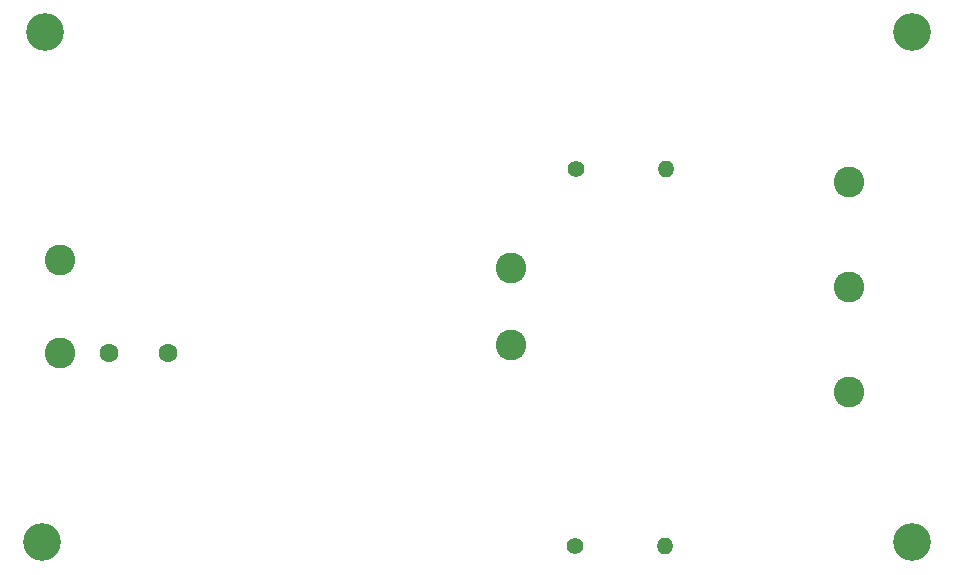
<source format=gbr>
G04 #@! TF.GenerationSoftware,KiCad,Pcbnew,(5.1.7-0-10_14)*
G04 #@! TF.CreationDate,2020-11-05T19:58:30+01:00*
G04 #@! TF.ProjectId,pre-amp-discret,7072652d-616d-4702-9d64-697363726574,rev?*
G04 #@! TF.SameCoordinates,Original*
G04 #@! TF.FileFunction,Soldermask,Bot*
G04 #@! TF.FilePolarity,Negative*
%FSLAX46Y46*%
G04 Gerber Fmt 4.6, Leading zero omitted, Abs format (unit mm)*
G04 Created by KiCad (PCBNEW (5.1.7-0-10_14)) date 2020-11-05 19:58:30*
%MOMM*%
%LPD*%
G01*
G04 APERTURE LIST*
%ADD10O,1.400000X1.400000*%
%ADD11C,1.400000*%
%ADD12C,2.600000*%
%ADD13C,3.200000*%
%ADD14C,1.600000*%
G04 APERTURE END LIST*
D10*
X178765200Y-143814800D03*
D11*
X171145200Y-143814800D03*
D10*
X178816000Y-111912400D03*
D11*
X171196000Y-111912400D03*
D12*
X165760400Y-120243600D03*
X165709600Y-126796800D03*
X194310000Y-121920000D03*
X127508000Y-127508000D03*
X194310000Y-130810000D03*
X127508000Y-119634000D03*
X194310000Y-113030000D03*
D13*
X126238000Y-100330000D03*
X125984000Y-143510000D03*
X199644000Y-143510000D03*
X199644000Y-100330000D03*
D14*
X131652000Y-127508000D03*
X136652000Y-127508000D03*
M02*

</source>
